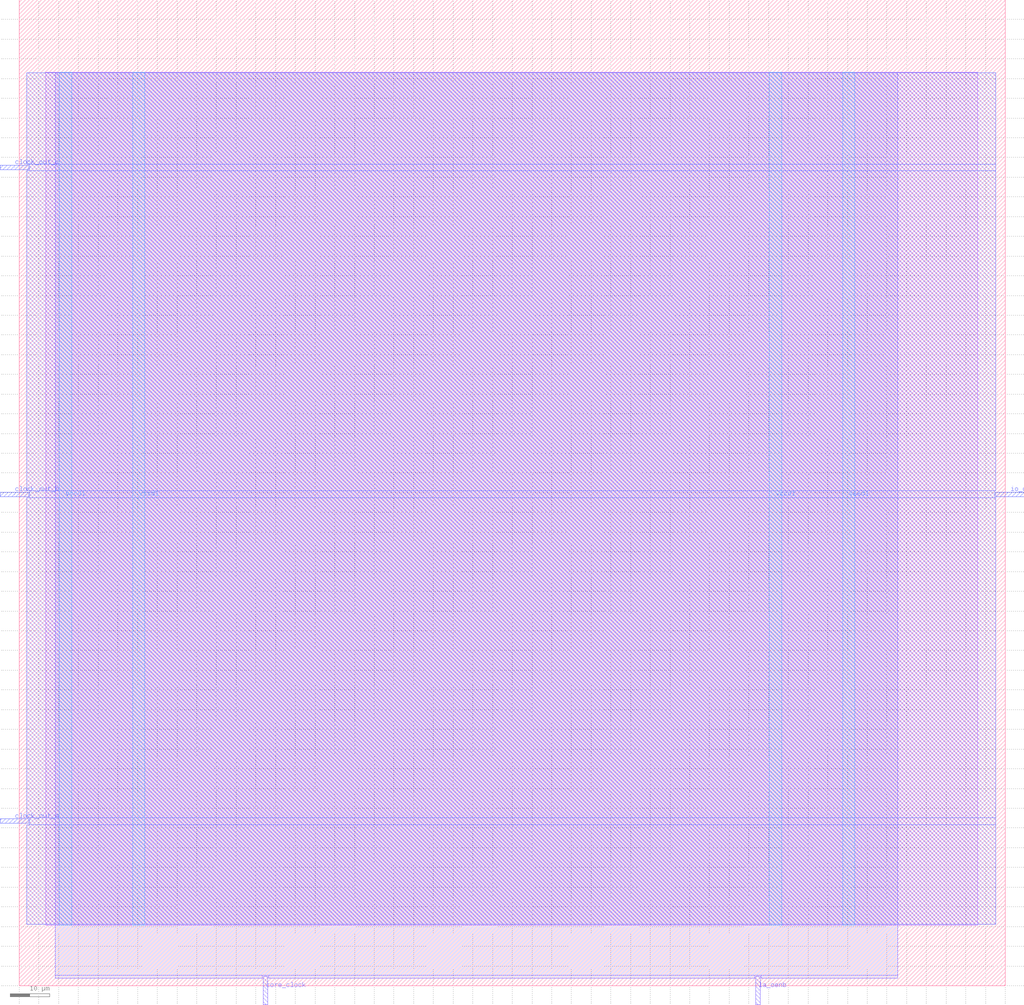
<source format=lef>
VERSION 5.7 ;
  NOWIREEXTENSIONATPIN ON ;
  DIVIDERCHAR "/" ;
  BUSBITCHARS "[]" ;
MACRO clock_source_sel
  CLASS BLOCK ;
  FOREIGN clock_source_sel ;
  ORIGIN 0.000 0.000 ;
  SIZE 250.000 BY 250.000 ;
  PIN clock_out_a
    DIRECTION OUTPUT TRISTATE ;
    USE SIGNAL ;
    PORT
      LAYER Metal3 ;
        RECT -4.800 41.160 2.400 42.280 ;
    END
  END clock_out_a
  PIN clock_out_b
    DIRECTION OUTPUT TRISTATE ;
    USE SIGNAL ;
    PORT
      LAYER Metal3 ;
        RECT -4.800 124.040 2.400 125.160 ;
    END
  END clock_out_b
  PIN clock_out_c
    DIRECTION OUTPUT TRISTATE ;
    USE SIGNAL ;
    PORT
      LAYER Metal3 ;
        RECT -4.800 206.920 2.400 208.040 ;
    END
  END clock_out_c
  PIN core_clock
    DIRECTION INPUT ;
    USE SIGNAL ;
    PORT
      LAYER Metal2 ;
        RECT 61.880 -4.800 63.000 2.400 ;
    END
  END core_clock
  PIN io_clock
    DIRECTION INPUT ;
    USE SIGNAL ;
    PORT
      LAYER Metal3 ;
        RECT 247.600 124.040 254.800 125.160 ;
    END
  END io_clock
  PIN la_oenb
    DIRECTION INPUT ;
    USE SIGNAL ;
    PORT
      LAYER Metal2 ;
        RECT 186.760 -4.800 187.880 2.400 ;
    END
  END la_oenb
  PIN vccd1
    DIRECTION INOUT ;
    USE POWER ;
    PORT
      LAYER Metal4 ;
        RECT 10.170 15.380 13.270 231.580 ;
    END
    PORT
      LAYER Metal4 ;
        RECT 190.170 15.380 193.270 231.580 ;
    END
  END vccd1
  PIN vssd1
    DIRECTION INOUT ;
    USE GROUND ;
    PORT
      LAYER Metal4 ;
        RECT 28.770 15.380 31.870 231.580 ;
    END
    PORT
      LAYER Metal4 ;
        RECT 208.770 15.380 211.870 231.580 ;
    END
  END vssd1
  OBS
      LAYER Metal1 ;
        RECT 6.720 15.380 243.040 231.580 ;
      LAYER Metal2 ;
        RECT 9.100 2.700 222.740 231.470 ;
        RECT 9.100 1.960 61.580 2.700 ;
        RECT 63.300 1.960 186.460 2.700 ;
        RECT 188.180 1.960 222.740 2.700 ;
      LAYER Metal3 ;
        RECT 1.960 208.340 247.600 231.420 ;
        RECT 2.700 206.620 247.600 208.340 ;
        RECT 1.960 125.460 247.600 206.620 ;
        RECT 2.700 123.740 247.300 125.460 ;
        RECT 1.960 42.580 247.600 123.740 ;
        RECT 2.700 40.860 247.600 42.580 ;
        RECT 1.960 15.540 247.600 40.860 ;
  END
END clock_source_sel
END LIBRARY


</source>
